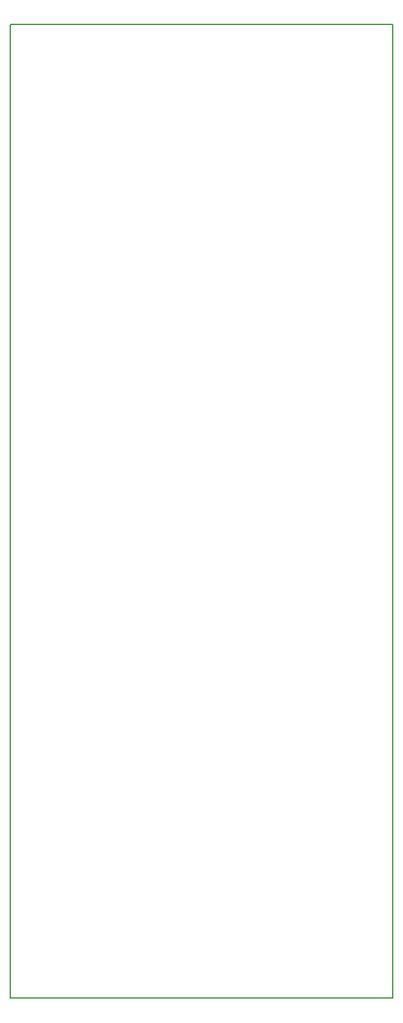
<source format=gko>
G04 DipTrace 3.3.0.0*
G04 threshold_panel_01.GKO*
%MOIN*%
G04 #@! TF.FileFunction,Profile*
G04 #@! TF.Part,Single*
%ADD11C,0.005512*%
%FSLAX26Y26*%
G04*
G70*
G90*
G75*
G01*
G04 BoardOutline*
%LPD*%
X394016Y5450016D2*
D11*
Y394016D1*
X2381517D1*
Y5450016D1*
X394016D1*
M02*

</source>
